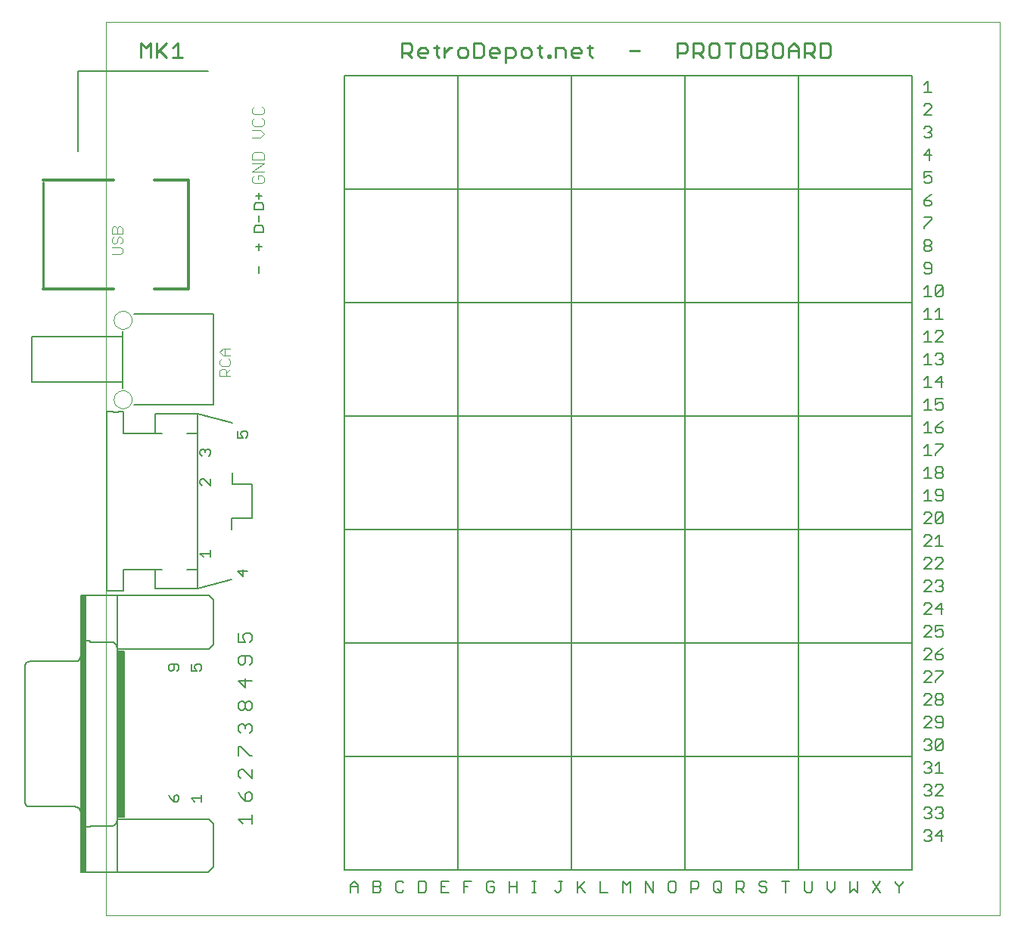
<source format=gto>
G75*
%MOIN*%
%OFA0B0*%
%FSLAX24Y24*%
%IPPOS*%
%LPD*%
%AMOC8*
5,1,8,0,0,1.08239X$1,22.5*
%
%ADD10C,0.0000*%
%ADD11C,0.0040*%
%ADD12C,0.0110*%
%ADD13C,0.0080*%
%ADD14C,0.0060*%
%ADD15C,0.0050*%
%ADD16R,0.0300X0.7300*%
%ADD17R,0.0200X1.2200*%
%ADD18C,0.0100*%
%ADD19C,0.0120*%
D10*
X003680Y000100D02*
X003680Y039470D01*
X043050Y039470D01*
X043050Y000100D01*
X003680Y000100D01*
X004036Y022850D02*
X004038Y022889D01*
X004044Y022928D01*
X004054Y022966D01*
X004067Y023003D01*
X004084Y023038D01*
X004104Y023072D01*
X004128Y023103D01*
X004155Y023132D01*
X004184Y023158D01*
X004216Y023181D01*
X004250Y023201D01*
X004286Y023217D01*
X004323Y023229D01*
X004362Y023238D01*
X004401Y023243D01*
X004440Y023244D01*
X004479Y023241D01*
X004518Y023234D01*
X004555Y023223D01*
X004592Y023209D01*
X004627Y023191D01*
X004660Y023170D01*
X004691Y023145D01*
X004719Y023118D01*
X004744Y023088D01*
X004766Y023055D01*
X004785Y023021D01*
X004800Y022985D01*
X004812Y022947D01*
X004820Y022909D01*
X004824Y022870D01*
X004824Y022830D01*
X004820Y022791D01*
X004812Y022753D01*
X004800Y022715D01*
X004785Y022679D01*
X004766Y022645D01*
X004744Y022612D01*
X004719Y022582D01*
X004691Y022555D01*
X004660Y022530D01*
X004627Y022509D01*
X004592Y022491D01*
X004555Y022477D01*
X004518Y022466D01*
X004479Y022459D01*
X004440Y022456D01*
X004401Y022457D01*
X004362Y022462D01*
X004323Y022471D01*
X004286Y022483D01*
X004250Y022499D01*
X004216Y022519D01*
X004184Y022542D01*
X004155Y022568D01*
X004128Y022597D01*
X004104Y022628D01*
X004084Y022662D01*
X004067Y022697D01*
X004054Y022734D01*
X004044Y022772D01*
X004038Y022811D01*
X004036Y022850D01*
X004036Y026350D02*
X004038Y026389D01*
X004044Y026428D01*
X004054Y026466D01*
X004067Y026503D01*
X004084Y026538D01*
X004104Y026572D01*
X004128Y026603D01*
X004155Y026632D01*
X004184Y026658D01*
X004216Y026681D01*
X004250Y026701D01*
X004286Y026717D01*
X004323Y026729D01*
X004362Y026738D01*
X004401Y026743D01*
X004440Y026744D01*
X004479Y026741D01*
X004518Y026734D01*
X004555Y026723D01*
X004592Y026709D01*
X004627Y026691D01*
X004660Y026670D01*
X004691Y026645D01*
X004719Y026618D01*
X004744Y026588D01*
X004766Y026555D01*
X004785Y026521D01*
X004800Y026485D01*
X004812Y026447D01*
X004820Y026409D01*
X004824Y026370D01*
X004824Y026330D01*
X004820Y026291D01*
X004812Y026253D01*
X004800Y026215D01*
X004785Y026179D01*
X004766Y026145D01*
X004744Y026112D01*
X004719Y026082D01*
X004691Y026055D01*
X004660Y026030D01*
X004627Y026009D01*
X004592Y025991D01*
X004555Y025977D01*
X004518Y025966D01*
X004479Y025959D01*
X004440Y025956D01*
X004401Y025957D01*
X004362Y025962D01*
X004323Y025971D01*
X004286Y025983D01*
X004250Y025999D01*
X004216Y026019D01*
X004184Y026042D01*
X004155Y026068D01*
X004128Y026097D01*
X004104Y026128D01*
X004084Y026162D01*
X004067Y026197D01*
X004054Y026234D01*
X004044Y026272D01*
X004038Y026311D01*
X004036Y026350D01*
D11*
X003950Y029239D02*
X004333Y029239D01*
X004410Y029316D01*
X004410Y029469D01*
X004333Y029546D01*
X003950Y029546D01*
X004026Y029699D02*
X004103Y029699D01*
X004180Y029776D01*
X004180Y029929D01*
X004257Y030006D01*
X004333Y030006D01*
X004410Y029929D01*
X004410Y029776D01*
X004333Y029699D01*
X004026Y029699D02*
X003950Y029776D01*
X003950Y029929D01*
X004026Y030006D01*
X003950Y030160D02*
X003950Y030390D01*
X004026Y030467D01*
X004103Y030467D01*
X004180Y030390D01*
X004180Y030160D01*
X004180Y030390D02*
X004257Y030467D01*
X004333Y030467D01*
X004410Y030390D01*
X004410Y030160D01*
X003950Y030160D01*
X008853Y025098D02*
X009160Y025098D01*
X008930Y025098D02*
X008930Y024791D01*
X008853Y024791D02*
X008700Y024944D01*
X008853Y025098D01*
X008853Y024791D02*
X009160Y024791D01*
X009083Y024637D02*
X009160Y024561D01*
X009160Y024407D01*
X009083Y024330D01*
X008776Y024330D01*
X008700Y024407D01*
X008700Y024561D01*
X008776Y024637D01*
X008776Y024177D02*
X008930Y024177D01*
X009007Y024100D01*
X009007Y023870D01*
X009160Y023870D02*
X008700Y023870D01*
X008700Y024100D01*
X008776Y024177D01*
X009007Y024023D02*
X009160Y024177D01*
X010226Y032370D02*
X010573Y032370D01*
X010660Y032457D01*
X010660Y032630D01*
X010573Y032717D01*
X010400Y032717D01*
X010400Y032543D01*
X010226Y032370D02*
X010140Y032457D01*
X010140Y032630D01*
X010226Y032717D01*
X010140Y032886D02*
X010660Y033233D01*
X010140Y033233D01*
X010140Y033401D02*
X010140Y033662D01*
X010226Y033748D01*
X010573Y033748D01*
X010660Y033662D01*
X010660Y033401D01*
X010140Y033401D01*
X010140Y032886D02*
X010660Y032886D01*
X010487Y034370D02*
X010140Y034370D01*
X010487Y034370D02*
X010660Y034543D01*
X010487Y034717D01*
X010140Y034717D01*
X010226Y034886D02*
X010573Y034886D01*
X010660Y034972D01*
X010660Y035146D01*
X010573Y035233D01*
X010573Y035401D02*
X010660Y035488D01*
X010660Y035662D01*
X010573Y035748D01*
X010226Y035748D02*
X010140Y035662D01*
X010140Y035488D01*
X010226Y035401D01*
X010573Y035401D01*
X010226Y035233D02*
X010140Y035146D01*
X010140Y034972D01*
X010226Y034886D01*
D12*
X007068Y037905D02*
X006635Y037905D01*
X006851Y037905D02*
X006851Y038556D01*
X006635Y038339D01*
X006369Y038556D02*
X005935Y038122D01*
X006043Y038230D02*
X006369Y037905D01*
X005935Y037905D02*
X005935Y038556D01*
X005669Y038556D02*
X005669Y037905D01*
X005235Y037905D02*
X005235Y038556D01*
X005452Y038339D01*
X005669Y038556D01*
X016735Y038556D02*
X016735Y037905D01*
X016735Y038122D02*
X017060Y038122D01*
X017169Y038230D01*
X017169Y038447D01*
X017060Y038556D01*
X016735Y038556D01*
X016952Y038122D02*
X017169Y037905D01*
X017435Y038013D02*
X017435Y038230D01*
X017543Y038339D01*
X017760Y038339D01*
X017869Y038230D01*
X017869Y038122D01*
X017435Y038122D01*
X017435Y038013D02*
X017543Y037905D01*
X017760Y037905D01*
X018243Y038013D02*
X018351Y037905D01*
X018243Y038013D02*
X018243Y038447D01*
X018135Y038339D02*
X018351Y038339D01*
X018601Y038339D02*
X018601Y037905D01*
X018601Y038122D02*
X018818Y038339D01*
X018926Y038339D01*
X019184Y038230D02*
X019184Y038013D01*
X019293Y037905D01*
X019510Y037905D01*
X019618Y038013D01*
X019618Y038230D01*
X019510Y038339D01*
X019293Y038339D01*
X019184Y038230D01*
X019884Y037905D02*
X020209Y037905D01*
X020318Y038013D01*
X020318Y038447D01*
X020209Y038556D01*
X019884Y038556D01*
X019884Y037905D01*
X020584Y038013D02*
X020584Y038230D01*
X020692Y038339D01*
X020909Y038339D01*
X021018Y038230D01*
X021018Y038122D01*
X020584Y038122D01*
X020584Y038013D02*
X020692Y037905D01*
X020909Y037905D01*
X021284Y037905D02*
X021609Y037905D01*
X021717Y038013D01*
X021717Y038230D01*
X021609Y038339D01*
X021284Y038339D01*
X021284Y037688D01*
X021983Y038013D02*
X022092Y037905D01*
X022309Y037905D01*
X022417Y038013D01*
X022417Y038230D01*
X022309Y038339D01*
X022092Y038339D01*
X021983Y038230D01*
X021983Y038013D01*
X022683Y038339D02*
X022900Y038339D01*
X022792Y038447D02*
X022792Y038013D01*
X022900Y037905D01*
X023150Y037905D02*
X023258Y037905D01*
X023258Y038013D01*
X023150Y038013D01*
X023150Y037905D01*
X023500Y037905D02*
X023500Y038339D01*
X023825Y038339D01*
X023933Y038230D01*
X023933Y037905D01*
X024200Y038013D02*
X024200Y038230D01*
X024308Y038339D01*
X024525Y038339D01*
X024633Y038230D01*
X024633Y038122D01*
X024200Y038122D01*
X024200Y038013D02*
X024308Y037905D01*
X024525Y037905D01*
X025008Y038013D02*
X025116Y037905D01*
X025008Y038013D02*
X025008Y038447D01*
X025116Y038339D02*
X024899Y038339D01*
X026765Y038230D02*
X027199Y038230D01*
X028865Y038122D02*
X029190Y038122D01*
X029299Y038230D01*
X029299Y038447D01*
X029190Y038556D01*
X028865Y038556D01*
X028865Y037905D01*
X029565Y037905D02*
X029565Y038556D01*
X029890Y038556D01*
X029998Y038447D01*
X029998Y038230D01*
X029890Y038122D01*
X029565Y038122D01*
X029781Y038122D02*
X029998Y037905D01*
X030264Y038013D02*
X030373Y037905D01*
X030590Y037905D01*
X030698Y038013D01*
X030698Y038447D01*
X030590Y038556D01*
X030373Y038556D01*
X030264Y038447D01*
X030264Y038013D01*
X030964Y038556D02*
X031398Y038556D01*
X031181Y038556D02*
X031181Y037905D01*
X031664Y038013D02*
X031772Y037905D01*
X031989Y037905D01*
X032098Y038013D01*
X032098Y038447D01*
X031989Y038556D01*
X031772Y038556D01*
X031664Y038447D01*
X031664Y038013D01*
X032364Y037905D02*
X032689Y037905D01*
X032798Y038013D01*
X032798Y038122D01*
X032689Y038230D01*
X032364Y038230D01*
X032364Y037905D02*
X032364Y038556D01*
X032689Y038556D01*
X032798Y038447D01*
X032798Y038339D01*
X032689Y038230D01*
X033064Y038013D02*
X033172Y037905D01*
X033389Y037905D01*
X033497Y038013D01*
X033497Y038447D01*
X033389Y038556D01*
X033172Y038556D01*
X033064Y038447D01*
X033064Y038013D01*
X033763Y037905D02*
X033763Y038339D01*
X033980Y038556D01*
X034197Y038339D01*
X034197Y037905D01*
X034463Y037905D02*
X034463Y038556D01*
X034788Y038556D01*
X034897Y038447D01*
X034897Y038230D01*
X034788Y038122D01*
X034463Y038122D01*
X034680Y038122D02*
X034897Y037905D01*
X035163Y037905D02*
X035488Y037905D01*
X035597Y038013D01*
X035597Y038447D01*
X035488Y038556D01*
X035163Y038556D01*
X035163Y037905D01*
X034197Y038230D02*
X033763Y038230D01*
D13*
X010570Y031820D02*
X010290Y031820D01*
X010430Y031680D02*
X010430Y031960D01*
X010570Y031499D02*
X010290Y031499D01*
X010220Y031429D01*
X010220Y031219D01*
X010640Y031219D01*
X010640Y031429D01*
X010570Y031499D01*
X010430Y030960D02*
X010430Y030680D01*
X010570Y030499D02*
X010290Y030499D01*
X010220Y030429D01*
X010220Y030219D01*
X010640Y030219D01*
X010640Y030429D01*
X010570Y030499D01*
X010430Y029710D02*
X010430Y029430D01*
X010290Y029570D02*
X010570Y029570D01*
X010430Y028710D02*
X010430Y028430D01*
X010037Y012554D02*
X009830Y012554D01*
X009726Y012450D01*
X009726Y012347D01*
X009830Y012140D01*
X009519Y012140D01*
X009519Y012554D01*
X010037Y012554D02*
X010140Y012450D01*
X010140Y012243D01*
X010037Y012140D01*
X010037Y011554D02*
X009623Y011554D01*
X009519Y011450D01*
X009519Y011243D01*
X009623Y011140D01*
X009726Y011140D01*
X009830Y011243D01*
X009830Y011554D01*
X010037Y011554D02*
X010140Y011450D01*
X010140Y011243D01*
X010037Y011140D01*
X009830Y010554D02*
X009830Y010140D01*
X009519Y010450D01*
X010140Y010450D01*
X010037Y009554D02*
X010140Y009450D01*
X010140Y009243D01*
X010037Y009140D01*
X009933Y009140D01*
X009830Y009243D01*
X009830Y009450D01*
X009933Y009554D01*
X010037Y009554D01*
X009830Y009450D02*
X009726Y009554D01*
X009623Y009554D01*
X009519Y009450D01*
X009519Y009243D01*
X009623Y009140D01*
X009726Y009140D01*
X009830Y009243D01*
X009933Y008554D02*
X009830Y008450D01*
X009830Y008347D01*
X009830Y008450D02*
X009726Y008554D01*
X009623Y008554D01*
X009519Y008450D01*
X009519Y008243D01*
X009623Y008140D01*
X010037Y008140D02*
X010140Y008243D01*
X010140Y008450D01*
X010037Y008554D01*
X009933Y008554D01*
X009623Y007554D02*
X010037Y007140D01*
X010140Y007140D01*
X009519Y007140D02*
X009519Y007554D01*
X009623Y007554D01*
X009623Y006554D02*
X009519Y006450D01*
X009519Y006243D01*
X009623Y006140D01*
X009623Y006554D02*
X009726Y006554D01*
X010140Y006140D01*
X010140Y006554D01*
X010037Y005554D02*
X009933Y005554D01*
X009830Y005450D01*
X009830Y005140D01*
X010037Y005140D01*
X010140Y005243D01*
X010140Y005450D01*
X010037Y005554D01*
X009623Y005347D02*
X009830Y005140D01*
X009623Y005347D02*
X009519Y005554D01*
X010140Y004554D02*
X010140Y004140D01*
X010140Y004347D02*
X009519Y004347D01*
X009726Y004140D01*
D14*
X002780Y002000D02*
X002580Y002000D01*
X002580Y014200D01*
X002780Y014200D01*
X002780Y012200D01*
X002980Y012200D01*
X002980Y012150D01*
X003930Y012150D01*
X003960Y012148D01*
X003990Y012143D01*
X004019Y012134D01*
X004046Y012121D01*
X004072Y012106D01*
X004096Y012087D01*
X004117Y012066D01*
X004136Y012042D01*
X004151Y012016D01*
X004164Y011989D01*
X004173Y011960D01*
X004178Y011930D01*
X004180Y011900D01*
X004180Y011850D02*
X004180Y014200D01*
X008230Y014200D01*
X008430Y014000D01*
X008430Y012050D01*
X008230Y011850D01*
X004180Y011850D01*
X004180Y011750D01*
X004480Y011750D01*
X004480Y004450D01*
X004180Y004450D01*
X004180Y011750D01*
X002780Y012200D02*
X002780Y004000D01*
X002980Y004000D01*
X002980Y004050D01*
X003930Y004050D01*
X003960Y004052D01*
X003990Y004057D01*
X004019Y004066D01*
X004046Y004079D01*
X004072Y004094D01*
X004096Y004113D01*
X004117Y004134D01*
X004136Y004158D01*
X004151Y004184D01*
X004164Y004211D01*
X004173Y004240D01*
X004178Y004270D01*
X004180Y004300D01*
X004180Y004350D02*
X008230Y004350D01*
X008430Y004150D01*
X008430Y002250D01*
X008180Y002000D01*
X004180Y002000D01*
X002780Y002000D01*
X002780Y004000D01*
X002580Y004650D02*
X002578Y004680D01*
X002573Y004710D01*
X002564Y004739D01*
X002551Y004766D01*
X002536Y004792D01*
X002517Y004816D01*
X002496Y004837D01*
X002472Y004856D01*
X002446Y004871D01*
X002419Y004884D01*
X002390Y004893D01*
X002360Y004898D01*
X002330Y004900D01*
X000330Y004900D01*
X000304Y004902D01*
X000278Y004907D01*
X000253Y004915D01*
X000230Y004927D01*
X000208Y004941D01*
X000189Y004959D01*
X000171Y004978D01*
X000157Y005000D01*
X000145Y005023D01*
X000137Y005048D01*
X000132Y005074D01*
X000130Y005100D01*
X000130Y011100D01*
X000132Y011126D01*
X000137Y011152D01*
X000145Y011177D01*
X000157Y011200D01*
X000171Y011222D01*
X000189Y011241D01*
X000208Y011259D01*
X000230Y011273D01*
X000253Y011285D01*
X000278Y011293D01*
X000304Y011298D01*
X000330Y011300D01*
X002330Y011300D01*
X002360Y011302D01*
X002390Y011307D01*
X002419Y011316D01*
X002446Y011329D01*
X002472Y011344D01*
X002496Y011363D01*
X002517Y011384D01*
X002536Y011408D01*
X002551Y011434D01*
X002564Y011461D01*
X002573Y011490D01*
X002578Y011520D01*
X002580Y011550D01*
X002780Y014200D02*
X004180Y014200D01*
X004211Y014421D02*
X004461Y014421D01*
X004461Y015350D01*
X005861Y015350D01*
X006161Y015350D01*
X005861Y015350D02*
X005861Y014500D01*
X007711Y014500D01*
X007711Y015350D01*
X007261Y015350D01*
X007711Y015350D02*
X007711Y021350D01*
X007261Y021350D01*
X007711Y021350D02*
X007711Y022200D01*
X009261Y021800D01*
X007711Y022200D02*
X005861Y022200D01*
X005861Y021350D01*
X006161Y021350D01*
X005861Y021350D02*
X004461Y021350D01*
X004461Y022314D01*
X004211Y022314D01*
X004211Y022297D01*
X004011Y022297D01*
X004011Y022314D01*
X003711Y022314D01*
X003711Y014421D01*
X004011Y014421D01*
X004051Y014426D01*
X004251Y014426D01*
X004211Y014421D01*
X007711Y014500D02*
X009211Y014900D01*
X009211Y017100D02*
X009211Y017600D01*
X010111Y017600D01*
X010111Y019100D01*
X009261Y019100D01*
X009261Y019600D01*
X004180Y004450D02*
X004180Y004350D01*
X004180Y002000D01*
X014460Y001464D02*
X014460Y001130D01*
X014460Y001380D02*
X014794Y001380D01*
X014794Y001464D02*
X014794Y001130D01*
X014794Y001464D02*
X014627Y001630D01*
X014460Y001464D01*
X015460Y001380D02*
X015710Y001380D01*
X015794Y001297D01*
X015794Y001213D01*
X015710Y001130D01*
X015460Y001130D01*
X015460Y001630D01*
X015710Y001630D01*
X015794Y001547D01*
X015794Y001464D01*
X015710Y001380D01*
X016460Y001213D02*
X016543Y001130D01*
X016710Y001130D01*
X016794Y001213D01*
X016460Y001213D02*
X016460Y001547D01*
X016543Y001630D01*
X016710Y001630D01*
X016794Y001547D01*
X017460Y001630D02*
X017460Y001130D01*
X017710Y001130D01*
X017794Y001213D01*
X017794Y001547D01*
X017710Y001630D01*
X017460Y001630D01*
X018460Y001630D02*
X018460Y001130D01*
X018794Y001130D01*
X018627Y001380D02*
X018460Y001380D01*
X018460Y001630D02*
X018794Y001630D01*
X019460Y001630D02*
X019460Y001130D01*
X019460Y001380D02*
X019627Y001380D01*
X019460Y001630D02*
X019794Y001630D01*
X020460Y001547D02*
X020460Y001213D01*
X020543Y001130D01*
X020710Y001130D01*
X020794Y001213D01*
X020794Y001380D01*
X020627Y001380D01*
X020794Y001547D02*
X020710Y001630D01*
X020543Y001630D01*
X020460Y001547D01*
X021460Y001630D02*
X021460Y001130D01*
X021460Y001380D02*
X021794Y001380D01*
X021794Y001630D02*
X021794Y001130D01*
X022460Y001130D02*
X022627Y001130D01*
X022543Y001130D02*
X022543Y001630D01*
X022460Y001630D02*
X022627Y001630D01*
X023460Y001213D02*
X023543Y001130D01*
X023627Y001130D01*
X023710Y001213D01*
X023710Y001630D01*
X023627Y001630D02*
X023794Y001630D01*
X024460Y001630D02*
X024460Y001130D01*
X024460Y001297D02*
X024794Y001630D01*
X024543Y001380D02*
X024794Y001130D01*
X025460Y001130D02*
X025460Y001630D01*
X025460Y001130D02*
X025794Y001130D01*
X026460Y001130D02*
X026460Y001630D01*
X026627Y001464D01*
X026794Y001630D01*
X026794Y001130D01*
X027460Y001130D02*
X027460Y001630D01*
X027794Y001130D01*
X027794Y001630D01*
X028460Y001547D02*
X028460Y001213D01*
X028543Y001130D01*
X028710Y001130D01*
X028794Y001213D01*
X028794Y001547D01*
X028710Y001630D01*
X028543Y001630D01*
X028460Y001547D01*
X029460Y001630D02*
X029460Y001130D01*
X029460Y001297D02*
X029710Y001297D01*
X029794Y001380D01*
X029794Y001547D01*
X029710Y001630D01*
X029460Y001630D01*
X030460Y001547D02*
X030543Y001630D01*
X030710Y001630D01*
X030794Y001547D01*
X030794Y001213D01*
X030710Y001130D01*
X030543Y001130D01*
X030460Y001213D01*
X030460Y001547D01*
X030627Y001297D02*
X030794Y001130D01*
X031460Y001130D02*
X031460Y001630D01*
X031710Y001630D01*
X031794Y001547D01*
X031794Y001380D01*
X031710Y001297D01*
X031460Y001297D01*
X031627Y001297D02*
X031794Y001130D01*
X032460Y001213D02*
X032543Y001130D01*
X032710Y001130D01*
X032794Y001213D01*
X032794Y001297D01*
X032710Y001380D01*
X032543Y001380D01*
X032460Y001464D01*
X032460Y001547D01*
X032543Y001630D01*
X032710Y001630D01*
X032794Y001547D01*
X033460Y001630D02*
X033794Y001630D01*
X033627Y001630D02*
X033627Y001130D01*
X034460Y001213D02*
X034460Y001630D01*
X034794Y001630D02*
X034794Y001213D01*
X034710Y001130D01*
X034543Y001130D01*
X034460Y001213D01*
X035460Y001297D02*
X035627Y001130D01*
X035794Y001297D01*
X035794Y001630D01*
X035460Y001630D02*
X035460Y001297D01*
X036460Y001130D02*
X036627Y001297D01*
X036794Y001130D01*
X036794Y001630D01*
X036460Y001630D02*
X036460Y001130D01*
X037460Y001130D02*
X037794Y001630D01*
X037460Y001630D02*
X037794Y001130D01*
X038460Y001547D02*
X038460Y001630D01*
X038460Y001547D02*
X038627Y001380D01*
X038627Y001130D01*
X038627Y001380D02*
X038794Y001547D01*
X038794Y001630D01*
X039793Y003380D02*
X039710Y003463D01*
X039793Y003380D02*
X039960Y003380D01*
X040044Y003463D01*
X040044Y003547D01*
X039960Y003630D01*
X039877Y003630D01*
X039960Y003630D02*
X040044Y003714D01*
X040044Y003797D01*
X039960Y003880D01*
X039793Y003880D01*
X039710Y003797D01*
X040226Y003630D02*
X040559Y003630D01*
X040476Y003380D02*
X040476Y003880D01*
X040226Y003630D01*
X040309Y004380D02*
X040226Y004463D01*
X040309Y004380D02*
X040476Y004380D01*
X040559Y004463D01*
X040559Y004547D01*
X040476Y004630D01*
X040392Y004630D01*
X040476Y004630D02*
X040559Y004714D01*
X040559Y004797D01*
X040476Y004880D01*
X040309Y004880D01*
X040226Y004797D01*
X040044Y004797D02*
X040044Y004714D01*
X039960Y004630D01*
X040044Y004547D01*
X040044Y004463D01*
X039960Y004380D01*
X039793Y004380D01*
X039710Y004463D01*
X039877Y004630D02*
X039960Y004630D01*
X040044Y004797D02*
X039960Y004880D01*
X039793Y004880D01*
X039710Y004797D01*
X039793Y005380D02*
X039710Y005463D01*
X039793Y005380D02*
X039960Y005380D01*
X040044Y005463D01*
X040044Y005547D01*
X039960Y005630D01*
X039877Y005630D01*
X039960Y005630D02*
X040044Y005714D01*
X040044Y005797D01*
X039960Y005880D01*
X039793Y005880D01*
X039710Y005797D01*
X040226Y005797D02*
X040309Y005880D01*
X040476Y005880D01*
X040559Y005797D01*
X040559Y005714D01*
X040226Y005380D01*
X040559Y005380D01*
X040559Y006380D02*
X040226Y006380D01*
X040392Y006380D02*
X040392Y006880D01*
X040226Y006714D01*
X040044Y006714D02*
X040044Y006797D01*
X039960Y006880D01*
X039793Y006880D01*
X039710Y006797D01*
X039877Y006630D02*
X039960Y006630D01*
X040044Y006547D01*
X040044Y006463D01*
X039960Y006380D01*
X039793Y006380D01*
X039710Y006463D01*
X039960Y006630D02*
X040044Y006714D01*
X039960Y007380D02*
X039793Y007380D01*
X039710Y007463D01*
X039877Y007630D02*
X039960Y007630D01*
X040044Y007547D01*
X040044Y007463D01*
X039960Y007380D01*
X039960Y007630D02*
X040044Y007714D01*
X040044Y007797D01*
X039960Y007880D01*
X039793Y007880D01*
X039710Y007797D01*
X040226Y007797D02*
X040226Y007463D01*
X040559Y007797D01*
X040559Y007463D01*
X040476Y007380D01*
X040309Y007380D01*
X040226Y007463D01*
X040226Y007797D02*
X040309Y007880D01*
X040476Y007880D01*
X040559Y007797D01*
X040476Y008380D02*
X040559Y008463D01*
X040559Y008797D01*
X040476Y008880D01*
X040309Y008880D01*
X040226Y008797D01*
X040226Y008714D01*
X040309Y008630D01*
X040559Y008630D01*
X040476Y008380D02*
X040309Y008380D01*
X040226Y008463D01*
X040044Y008380D02*
X039710Y008380D01*
X040044Y008714D01*
X040044Y008797D01*
X039960Y008880D01*
X039793Y008880D01*
X039710Y008797D01*
X039710Y009380D02*
X040044Y009714D01*
X040044Y009797D01*
X039960Y009880D01*
X039793Y009880D01*
X039710Y009797D01*
X039710Y009380D02*
X040044Y009380D01*
X040226Y009463D02*
X040226Y009547D01*
X040309Y009630D01*
X040476Y009630D01*
X040559Y009547D01*
X040559Y009463D01*
X040476Y009380D01*
X040309Y009380D01*
X040226Y009463D01*
X040309Y009630D02*
X040226Y009714D01*
X040226Y009797D01*
X040309Y009880D01*
X040476Y009880D01*
X040559Y009797D01*
X040559Y009714D01*
X040476Y009630D01*
X040226Y010380D02*
X040226Y010463D01*
X040559Y010797D01*
X040559Y010880D01*
X040226Y010880D01*
X040044Y010797D02*
X039960Y010880D01*
X039793Y010880D01*
X039710Y010797D01*
X040044Y010797D02*
X040044Y010714D01*
X039710Y010380D01*
X040044Y010380D01*
X040044Y011380D02*
X039710Y011380D01*
X040044Y011714D01*
X040044Y011797D01*
X039960Y011880D01*
X039793Y011880D01*
X039710Y011797D01*
X040226Y011630D02*
X040226Y011463D01*
X040309Y011380D01*
X040476Y011380D01*
X040559Y011463D01*
X040559Y011547D01*
X040476Y011630D01*
X040226Y011630D01*
X040392Y011797D01*
X040559Y011880D01*
X040476Y012380D02*
X040309Y012380D01*
X040226Y012463D01*
X040226Y012630D02*
X040392Y012714D01*
X040476Y012714D01*
X040559Y012630D01*
X040559Y012463D01*
X040476Y012380D01*
X040226Y012630D02*
X040226Y012880D01*
X040559Y012880D01*
X040476Y013380D02*
X040476Y013880D01*
X040226Y013630D01*
X040559Y013630D01*
X040044Y013714D02*
X039710Y013380D01*
X040044Y013380D01*
X040044Y013714D02*
X040044Y013797D01*
X039960Y013880D01*
X039793Y013880D01*
X039710Y013797D01*
X039710Y014380D02*
X040044Y014714D01*
X040044Y014797D01*
X039960Y014880D01*
X039793Y014880D01*
X039710Y014797D01*
X039710Y014380D02*
X040044Y014380D01*
X040226Y014463D02*
X040309Y014380D01*
X040476Y014380D01*
X040559Y014463D01*
X040559Y014547D01*
X040476Y014630D01*
X040392Y014630D01*
X040476Y014630D02*
X040559Y014714D01*
X040559Y014797D01*
X040476Y014880D01*
X040309Y014880D01*
X040226Y014797D01*
X040226Y015380D02*
X040559Y015714D01*
X040559Y015797D01*
X040476Y015880D01*
X040309Y015880D01*
X040226Y015797D01*
X040044Y015797D02*
X039960Y015880D01*
X039793Y015880D01*
X039710Y015797D01*
X040044Y015797D02*
X040044Y015714D01*
X039710Y015380D01*
X040044Y015380D01*
X040226Y015380D02*
X040559Y015380D01*
X040559Y016380D02*
X040226Y016380D01*
X040392Y016380D02*
X040392Y016880D01*
X040226Y016714D01*
X040044Y016714D02*
X039710Y016380D01*
X040044Y016380D01*
X040044Y016714D02*
X040044Y016797D01*
X039960Y016880D01*
X039793Y016880D01*
X039710Y016797D01*
X039710Y017380D02*
X040044Y017714D01*
X040044Y017797D01*
X039960Y017880D01*
X039793Y017880D01*
X039710Y017797D01*
X039710Y017380D02*
X040044Y017380D01*
X040226Y017463D02*
X040559Y017797D01*
X040559Y017463D01*
X040476Y017380D01*
X040309Y017380D01*
X040226Y017463D01*
X040226Y017797D01*
X040309Y017880D01*
X040476Y017880D01*
X040559Y017797D01*
X040476Y018380D02*
X040559Y018463D01*
X040559Y018797D01*
X040476Y018880D01*
X040309Y018880D01*
X040226Y018797D01*
X040226Y018714D01*
X040309Y018630D01*
X040559Y018630D01*
X040476Y018380D02*
X040309Y018380D01*
X040226Y018463D01*
X040044Y018380D02*
X039710Y018380D01*
X039877Y018380D02*
X039877Y018880D01*
X039710Y018714D01*
X039710Y019380D02*
X040044Y019380D01*
X039877Y019380D02*
X039877Y019880D01*
X039710Y019714D01*
X040226Y019714D02*
X040226Y019797D01*
X040309Y019880D01*
X040476Y019880D01*
X040559Y019797D01*
X040559Y019714D01*
X040476Y019630D01*
X040309Y019630D01*
X040226Y019714D01*
X040309Y019630D02*
X040226Y019547D01*
X040226Y019463D01*
X040309Y019380D01*
X040476Y019380D01*
X040559Y019463D01*
X040559Y019547D01*
X040476Y019630D01*
X040226Y020380D02*
X040226Y020463D01*
X040559Y020797D01*
X040559Y020880D01*
X040226Y020880D01*
X039877Y020880D02*
X039877Y020380D01*
X039710Y020380D02*
X040044Y020380D01*
X039710Y020714D02*
X039877Y020880D01*
X039877Y021380D02*
X039877Y021880D01*
X039710Y021714D01*
X039710Y021380D02*
X040044Y021380D01*
X040226Y021463D02*
X040309Y021380D01*
X040476Y021380D01*
X040559Y021463D01*
X040559Y021547D01*
X040476Y021630D01*
X040226Y021630D01*
X040226Y021463D01*
X040226Y021630D02*
X040392Y021797D01*
X040559Y021880D01*
X040476Y022380D02*
X040309Y022380D01*
X040226Y022463D01*
X040226Y022630D02*
X040392Y022714D01*
X040476Y022714D01*
X040559Y022630D01*
X040559Y022463D01*
X040476Y022380D01*
X040226Y022630D02*
X040226Y022880D01*
X040559Y022880D01*
X039877Y022880D02*
X039877Y022380D01*
X039710Y022380D02*
X040044Y022380D01*
X039710Y022714D02*
X039877Y022880D01*
X039877Y023380D02*
X039877Y023880D01*
X039710Y023714D01*
X039710Y023380D02*
X040044Y023380D01*
X040226Y023630D02*
X040476Y023880D01*
X040476Y023380D01*
X040559Y023630D02*
X040226Y023630D01*
X040309Y024380D02*
X040226Y024463D01*
X040309Y024380D02*
X040476Y024380D01*
X040559Y024463D01*
X040559Y024547D01*
X040476Y024630D01*
X040392Y024630D01*
X040476Y024630D02*
X040559Y024714D01*
X040559Y024797D01*
X040476Y024880D01*
X040309Y024880D01*
X040226Y024797D01*
X039877Y024880D02*
X039877Y024380D01*
X039710Y024380D02*
X040044Y024380D01*
X039710Y024714D02*
X039877Y024880D01*
X039877Y025380D02*
X039877Y025880D01*
X039710Y025714D01*
X039710Y025380D02*
X040044Y025380D01*
X040226Y025380D02*
X040559Y025714D01*
X040559Y025797D01*
X040476Y025880D01*
X040309Y025880D01*
X040226Y025797D01*
X040226Y025380D02*
X040559Y025380D01*
X040559Y026380D02*
X040226Y026380D01*
X040392Y026380D02*
X040392Y026880D01*
X040226Y026714D01*
X040044Y026380D02*
X039710Y026380D01*
X039877Y026380D02*
X039877Y026880D01*
X039710Y026714D01*
X039710Y027380D02*
X040044Y027380D01*
X039877Y027380D02*
X039877Y027880D01*
X039710Y027714D01*
X040226Y027797D02*
X040226Y027463D01*
X040559Y027797D01*
X040559Y027463D01*
X040476Y027380D01*
X040309Y027380D01*
X040226Y027463D01*
X040226Y027797D02*
X040309Y027880D01*
X040476Y027880D01*
X040559Y027797D01*
X039960Y028380D02*
X040044Y028463D01*
X040044Y028797D01*
X039960Y028880D01*
X039793Y028880D01*
X039710Y028797D01*
X039710Y028714D01*
X039793Y028630D01*
X040044Y028630D01*
X039960Y028380D02*
X039793Y028380D01*
X039710Y028463D01*
X039793Y029380D02*
X039710Y029463D01*
X039710Y029547D01*
X039793Y029630D01*
X039960Y029630D01*
X040044Y029547D01*
X040044Y029463D01*
X039960Y029380D01*
X039793Y029380D01*
X039793Y029630D02*
X039710Y029714D01*
X039710Y029797D01*
X039793Y029880D01*
X039960Y029880D01*
X040044Y029797D01*
X040044Y029714D01*
X039960Y029630D01*
X039710Y030380D02*
X039710Y030463D01*
X040044Y030797D01*
X040044Y030880D01*
X039710Y030880D01*
X039793Y031380D02*
X039960Y031380D01*
X040044Y031463D01*
X040044Y031547D01*
X039960Y031630D01*
X039710Y031630D01*
X039710Y031463D01*
X039793Y031380D01*
X039710Y031630D02*
X039877Y031797D01*
X040044Y031880D01*
X039960Y032380D02*
X039793Y032380D01*
X039710Y032463D01*
X039710Y032630D02*
X039877Y032714D01*
X039960Y032714D01*
X040044Y032630D01*
X040044Y032463D01*
X039960Y032380D01*
X039710Y032630D02*
X039710Y032880D01*
X040044Y032880D01*
X039960Y033380D02*
X039960Y033880D01*
X039710Y033630D01*
X040044Y033630D01*
X039960Y034380D02*
X039793Y034380D01*
X039710Y034463D01*
X039877Y034630D02*
X039960Y034630D01*
X040044Y034547D01*
X040044Y034463D01*
X039960Y034380D01*
X039960Y034630D02*
X040044Y034714D01*
X040044Y034797D01*
X039960Y034880D01*
X039793Y034880D01*
X039710Y034797D01*
X039710Y035380D02*
X040044Y035714D01*
X040044Y035797D01*
X039960Y035880D01*
X039793Y035880D01*
X039710Y035797D01*
X039710Y035380D02*
X040044Y035380D01*
X040044Y036380D02*
X039710Y036380D01*
X039877Y036380D02*
X039877Y036880D01*
X039710Y036714D01*
X039793Y012880D02*
X039710Y012797D01*
X039793Y012880D02*
X039960Y012880D01*
X040044Y012797D01*
X040044Y012714D01*
X039710Y012380D01*
X040044Y012380D01*
D15*
X039180Y012100D02*
X039180Y007100D01*
X039180Y002100D01*
X034180Y002100D01*
X034180Y007100D01*
X039180Y007100D01*
X034180Y007100D01*
X034180Y012100D01*
X039180Y012100D01*
X034180Y012100D01*
X034180Y017100D01*
X039180Y017100D01*
X039180Y012100D01*
X034180Y012100D02*
X034180Y007100D01*
X034180Y002100D01*
X029180Y002100D01*
X029180Y007100D01*
X034180Y007100D01*
X029180Y007100D01*
X029180Y012100D01*
X034180Y012100D01*
X029180Y012100D01*
X029180Y017100D01*
X034180Y017100D01*
X034180Y022100D01*
X039180Y022100D01*
X039180Y017100D01*
X034180Y017100D01*
X034180Y012100D01*
X029180Y012100D02*
X029180Y007100D01*
X029180Y002100D01*
X024180Y002100D01*
X024180Y007100D01*
X029180Y007100D01*
X024180Y007100D01*
X024180Y012100D01*
X029180Y012100D01*
X024180Y012100D01*
X024180Y017100D01*
X029180Y017100D01*
X029180Y022100D01*
X034180Y022100D01*
X034180Y027100D01*
X039180Y027100D01*
X039180Y022100D01*
X034180Y022100D01*
X034180Y017100D01*
X029180Y017100D01*
X029180Y012100D01*
X024180Y012100D02*
X024180Y007100D01*
X024180Y002100D01*
X019180Y002100D01*
X019180Y007100D01*
X024180Y007100D01*
X019180Y007100D01*
X019180Y012100D01*
X024180Y012100D01*
X019180Y012100D01*
X019180Y017100D01*
X024180Y017100D01*
X024180Y022100D01*
X029180Y022100D01*
X029180Y027100D01*
X034180Y027100D01*
X034180Y032100D01*
X039180Y032100D01*
X039180Y027100D01*
X034180Y027100D01*
X034180Y022100D01*
X029180Y022100D01*
X029180Y017100D01*
X024180Y017100D01*
X024180Y012100D01*
X019180Y012100D02*
X019180Y007100D01*
X019180Y002100D01*
X014180Y002100D01*
X014180Y007100D01*
X019180Y007100D01*
X014180Y007100D01*
X014180Y012100D01*
X019180Y012100D01*
X014180Y012100D01*
X014180Y017100D01*
X019180Y017100D01*
X019180Y022100D01*
X024180Y022100D01*
X024180Y027100D01*
X029180Y027100D01*
X029180Y032100D01*
X034180Y032100D01*
X034180Y037100D01*
X039180Y037100D01*
X039180Y032100D01*
X034180Y032100D01*
X034180Y027100D01*
X029180Y027100D01*
X029180Y022100D01*
X024180Y022100D01*
X024180Y017100D01*
X019180Y017100D01*
X019180Y012100D01*
X019180Y017100D02*
X014180Y017100D01*
X014180Y022100D01*
X019180Y022100D01*
X019180Y027100D01*
X024180Y027100D01*
X024180Y032100D01*
X029180Y032100D01*
X029180Y037100D01*
X034180Y037100D01*
X034180Y032100D01*
X029180Y032100D01*
X029180Y027100D01*
X024180Y027100D01*
X024180Y022100D01*
X019180Y022100D01*
X019180Y017100D01*
X019180Y022100D02*
X014180Y022100D01*
X014180Y027100D01*
X019180Y027100D01*
X019180Y032100D01*
X024180Y032100D01*
X024180Y037100D01*
X029180Y037100D01*
X029180Y032100D01*
X024180Y032100D01*
X024180Y027100D01*
X019180Y027100D01*
X019180Y022100D01*
X019180Y027100D02*
X014180Y027100D01*
X014180Y032100D01*
X019180Y032100D01*
X019180Y037100D01*
X024180Y037100D01*
X024180Y032100D01*
X019180Y032100D01*
X019180Y027100D01*
X019180Y032100D02*
X014180Y032100D01*
X014180Y037100D01*
X019180Y037100D01*
X019180Y032100D01*
X008430Y026600D02*
X008430Y022600D01*
X004930Y022600D01*
X004430Y023350D02*
X004430Y023600D01*
X000430Y023600D01*
X000430Y025600D01*
X004430Y025600D01*
X004430Y025850D01*
X004430Y025600D02*
X004430Y023600D01*
X004930Y026600D02*
X008430Y026600D01*
X009486Y021465D02*
X009486Y021165D01*
X009711Y021165D01*
X009636Y021315D01*
X009636Y021390D01*
X009711Y021465D01*
X009861Y021465D01*
X009936Y021390D01*
X009936Y021240D01*
X009861Y021165D01*
X008286Y020590D02*
X008286Y020440D01*
X008211Y020365D01*
X008061Y020515D02*
X008061Y020590D01*
X008136Y020665D01*
X008211Y020665D01*
X008286Y020590D01*
X008061Y020590D02*
X007986Y020665D01*
X007911Y020665D01*
X007836Y020590D01*
X007836Y020440D01*
X007911Y020365D01*
X007911Y019365D02*
X007836Y019290D01*
X007836Y019140D01*
X007911Y019065D01*
X007911Y019365D02*
X007986Y019365D01*
X008286Y019065D01*
X008286Y019365D01*
X008286Y016215D02*
X008286Y015915D01*
X008286Y016065D02*
X007836Y016065D01*
X007986Y015915D01*
X009486Y015290D02*
X009711Y015065D01*
X009711Y015365D01*
X009936Y015290D02*
X009486Y015290D01*
X007830Y011175D02*
X007680Y011175D01*
X007605Y011100D01*
X007605Y011025D01*
X007680Y010875D01*
X007455Y010875D01*
X007455Y011175D01*
X007830Y011175D02*
X007905Y011100D01*
X007905Y010950D01*
X007830Y010875D01*
X006905Y010950D02*
X006905Y011100D01*
X006830Y011175D01*
X006530Y011175D01*
X006455Y011100D01*
X006455Y010950D01*
X006530Y010875D01*
X006605Y010875D01*
X006680Y010950D01*
X006680Y011175D01*
X006905Y010950D02*
X006830Y010875D01*
X006830Y005425D02*
X006755Y005425D01*
X006680Y005350D01*
X006680Y005125D01*
X006830Y005125D01*
X006905Y005200D01*
X006905Y005350D01*
X006830Y005425D01*
X006530Y005275D02*
X006680Y005125D01*
X006530Y005275D02*
X006455Y005425D01*
X007455Y005275D02*
X007605Y005125D01*
X007455Y005275D02*
X007905Y005275D01*
X007905Y005125D02*
X007905Y005425D01*
X002448Y033789D02*
X002448Y037332D01*
X008196Y037332D01*
D16*
X004330Y008100D03*
D17*
X002680Y008100D03*
D18*
X000934Y027777D02*
X000934Y032423D01*
D19*
X000930Y032500D02*
X004030Y032500D01*
X005830Y032500D02*
X007330Y032500D01*
X007330Y027700D01*
X005830Y027700D01*
X004030Y027700D02*
X000930Y027700D01*
M02*

</source>
